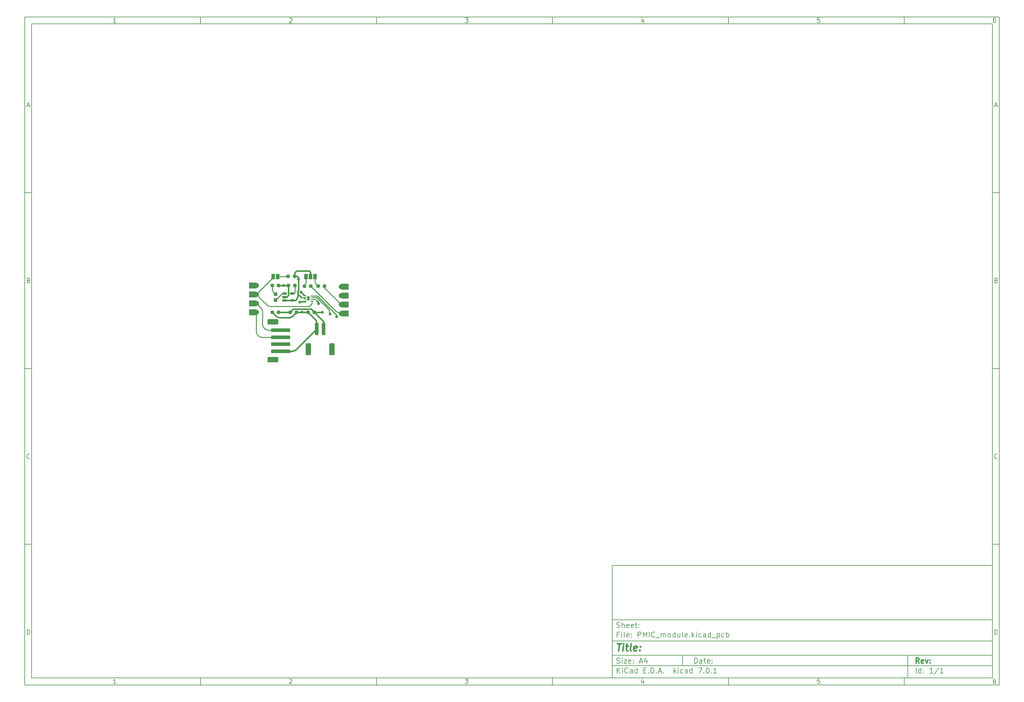
<source format=gbr>
%TF.GenerationSoftware,KiCad,Pcbnew,7.0.1*%
%TF.CreationDate,2023-09-22T10:39:05-04:00*%
%TF.ProjectId,PMIC_module,504d4943-5f6d-46f6-9475-6c652e6b6963,rev?*%
%TF.SameCoordinates,Original*%
%TF.FileFunction,Copper,L1,Top*%
%TF.FilePolarity,Positive*%
%FSLAX46Y46*%
G04 Gerber Fmt 4.6, Leading zero omitted, Abs format (unit mm)*
G04 Created by KiCad (PCBNEW 7.0.1) date 2023-09-22 10:39:05*
%MOMM*%
%LPD*%
G01*
G04 APERTURE LIST*
G04 Aperture macros list*
%AMRoundRect*
0 Rectangle with rounded corners*
0 $1 Rounding radius*
0 $2 $3 $4 $5 $6 $7 $8 $9 X,Y pos of 4 corners*
0 Add a 4 corners polygon primitive as box body*
4,1,4,$2,$3,$4,$5,$6,$7,$8,$9,$2,$3,0*
0 Add four circle primitives for the rounded corners*
1,1,$1+$1,$2,$3*
1,1,$1+$1,$4,$5*
1,1,$1+$1,$6,$7*
1,1,$1+$1,$8,$9*
0 Add four rect primitives between the rounded corners*
20,1,$1+$1,$2,$3,$4,$5,0*
20,1,$1+$1,$4,$5,$6,$7,0*
20,1,$1+$1,$6,$7,$8,$9,0*
20,1,$1+$1,$8,$9,$2,$3,0*%
G04 Aperture macros list end*
%ADD10C,0.100000*%
%ADD11C,0.150000*%
%ADD12C,0.300000*%
%ADD13C,0.400000*%
%TA.AperFunction,SMDPad,CuDef*%
%ADD14R,1.000000X1.500000*%
%TD*%
%TA.AperFunction,SMDPad,CuDef*%
%ADD15RoundRect,0.237500X-0.250000X-0.237500X0.250000X-0.237500X0.250000X0.237500X-0.250000X0.237500X0*%
%TD*%
%TA.AperFunction,SMDPad,CuDef*%
%ADD16RoundRect,0.250000X-0.250000X-1.500000X0.250000X-1.500000X0.250000X1.500000X-0.250000X1.500000X0*%
%TD*%
%TA.AperFunction,SMDPad,CuDef*%
%ADD17RoundRect,0.250001X-0.499999X-1.449999X0.499999X-1.449999X0.499999X1.449999X-0.499999X1.449999X0*%
%TD*%
%TA.AperFunction,SMDPad,CuDef*%
%ADD18RoundRect,0.237500X0.250000X0.237500X-0.250000X0.237500X-0.250000X-0.237500X0.250000X-0.237500X0*%
%TD*%
%TA.AperFunction,SMDPad,CuDef*%
%ADD19RoundRect,0.250000X2.500000X-0.250000X2.500000X0.250000X-2.500000X0.250000X-2.500000X-0.250000X0*%
%TD*%
%TA.AperFunction,SMDPad,CuDef*%
%ADD20RoundRect,0.250000X1.250000X-0.550000X1.250000X0.550000X-1.250000X0.550000X-1.250000X-0.550000X0*%
%TD*%
%TA.AperFunction,ComponentPad*%
%ADD21C,1.524000*%
%TD*%
%TA.AperFunction,CastellatedPad*%
%ADD22R,2.000000X1.700000*%
%TD*%
%TA.AperFunction,SMDPad,CuDef*%
%ADD23RoundRect,0.062500X-0.325000X-0.062500X0.325000X-0.062500X0.325000X0.062500X-0.325000X0.062500X0*%
%TD*%
%TA.AperFunction,SMDPad,CuDef*%
%ADD24R,0.800000X1.200000*%
%TD*%
%TA.AperFunction,SMDPad,CuDef*%
%ADD25RoundRect,0.237500X-0.237500X0.287500X-0.237500X-0.287500X0.237500X-0.287500X0.237500X0.287500X0*%
%TD*%
%TA.AperFunction,SMDPad,CuDef*%
%ADD26RoundRect,0.150000X-0.512500X-0.150000X0.512500X-0.150000X0.512500X0.150000X-0.512500X0.150000X0*%
%TD*%
%TA.AperFunction,ViaPad*%
%ADD27C,0.800000*%
%TD*%
%TA.AperFunction,Conductor*%
%ADD28C,0.406400*%
%TD*%
%TA.AperFunction,Conductor*%
%ADD29C,0.254000*%
%TD*%
%TA.AperFunction,Conductor*%
%ADD30C,0.250000*%
%TD*%
G04 APERTURE END LIST*
D10*
D11*
X177002200Y-166007200D02*
X285002200Y-166007200D01*
X285002200Y-198007200D01*
X177002200Y-198007200D01*
X177002200Y-166007200D01*
D10*
D11*
X10000000Y-10000000D02*
X287002200Y-10000000D01*
X287002200Y-200007200D01*
X10000000Y-200007200D01*
X10000000Y-10000000D01*
D10*
D11*
X12000000Y-12000000D02*
X285002200Y-12000000D01*
X285002200Y-198007200D01*
X12000000Y-198007200D01*
X12000000Y-12000000D01*
D10*
D11*
X60000000Y-12000000D02*
X60000000Y-10000000D01*
D10*
D11*
X110000000Y-12000000D02*
X110000000Y-10000000D01*
D10*
D11*
X160000000Y-12000000D02*
X160000000Y-10000000D01*
D10*
D11*
X210000000Y-12000000D02*
X210000000Y-10000000D01*
D10*
D11*
X260000000Y-12000000D02*
X260000000Y-10000000D01*
D10*
D11*
X35990476Y-11601404D02*
X35247619Y-11601404D01*
X35619047Y-11601404D02*
X35619047Y-10301404D01*
X35619047Y-10301404D02*
X35495238Y-10487119D01*
X35495238Y-10487119D02*
X35371428Y-10610928D01*
X35371428Y-10610928D02*
X35247619Y-10672833D01*
D10*
D11*
X85247619Y-10425214D02*
X85309523Y-10363309D01*
X85309523Y-10363309D02*
X85433333Y-10301404D01*
X85433333Y-10301404D02*
X85742857Y-10301404D01*
X85742857Y-10301404D02*
X85866666Y-10363309D01*
X85866666Y-10363309D02*
X85928571Y-10425214D01*
X85928571Y-10425214D02*
X85990476Y-10549023D01*
X85990476Y-10549023D02*
X85990476Y-10672833D01*
X85990476Y-10672833D02*
X85928571Y-10858547D01*
X85928571Y-10858547D02*
X85185714Y-11601404D01*
X85185714Y-11601404D02*
X85990476Y-11601404D01*
D10*
D11*
X135185714Y-10301404D02*
X135990476Y-10301404D01*
X135990476Y-10301404D02*
X135557142Y-10796642D01*
X135557142Y-10796642D02*
X135742857Y-10796642D01*
X135742857Y-10796642D02*
X135866666Y-10858547D01*
X135866666Y-10858547D02*
X135928571Y-10920452D01*
X135928571Y-10920452D02*
X135990476Y-11044261D01*
X135990476Y-11044261D02*
X135990476Y-11353785D01*
X135990476Y-11353785D02*
X135928571Y-11477595D01*
X135928571Y-11477595D02*
X135866666Y-11539500D01*
X135866666Y-11539500D02*
X135742857Y-11601404D01*
X135742857Y-11601404D02*
X135371428Y-11601404D01*
X135371428Y-11601404D02*
X135247619Y-11539500D01*
X135247619Y-11539500D02*
X135185714Y-11477595D01*
D10*
D11*
X185866666Y-10734738D02*
X185866666Y-11601404D01*
X185557142Y-10239500D02*
X185247619Y-11168071D01*
X185247619Y-11168071D02*
X186052380Y-11168071D01*
D10*
D11*
X235928571Y-10301404D02*
X235309523Y-10301404D01*
X235309523Y-10301404D02*
X235247619Y-10920452D01*
X235247619Y-10920452D02*
X235309523Y-10858547D01*
X235309523Y-10858547D02*
X235433333Y-10796642D01*
X235433333Y-10796642D02*
X235742857Y-10796642D01*
X235742857Y-10796642D02*
X235866666Y-10858547D01*
X235866666Y-10858547D02*
X235928571Y-10920452D01*
X235928571Y-10920452D02*
X235990476Y-11044261D01*
X235990476Y-11044261D02*
X235990476Y-11353785D01*
X235990476Y-11353785D02*
X235928571Y-11477595D01*
X235928571Y-11477595D02*
X235866666Y-11539500D01*
X235866666Y-11539500D02*
X235742857Y-11601404D01*
X235742857Y-11601404D02*
X235433333Y-11601404D01*
X235433333Y-11601404D02*
X235309523Y-11539500D01*
X235309523Y-11539500D02*
X235247619Y-11477595D01*
D10*
D11*
X285866666Y-10301404D02*
X285619047Y-10301404D01*
X285619047Y-10301404D02*
X285495238Y-10363309D01*
X285495238Y-10363309D02*
X285433333Y-10425214D01*
X285433333Y-10425214D02*
X285309523Y-10610928D01*
X285309523Y-10610928D02*
X285247619Y-10858547D01*
X285247619Y-10858547D02*
X285247619Y-11353785D01*
X285247619Y-11353785D02*
X285309523Y-11477595D01*
X285309523Y-11477595D02*
X285371428Y-11539500D01*
X285371428Y-11539500D02*
X285495238Y-11601404D01*
X285495238Y-11601404D02*
X285742857Y-11601404D01*
X285742857Y-11601404D02*
X285866666Y-11539500D01*
X285866666Y-11539500D02*
X285928571Y-11477595D01*
X285928571Y-11477595D02*
X285990476Y-11353785D01*
X285990476Y-11353785D02*
X285990476Y-11044261D01*
X285990476Y-11044261D02*
X285928571Y-10920452D01*
X285928571Y-10920452D02*
X285866666Y-10858547D01*
X285866666Y-10858547D02*
X285742857Y-10796642D01*
X285742857Y-10796642D02*
X285495238Y-10796642D01*
X285495238Y-10796642D02*
X285371428Y-10858547D01*
X285371428Y-10858547D02*
X285309523Y-10920452D01*
X285309523Y-10920452D02*
X285247619Y-11044261D01*
D10*
D11*
X60000000Y-198007200D02*
X60000000Y-200007200D01*
D10*
D11*
X110000000Y-198007200D02*
X110000000Y-200007200D01*
D10*
D11*
X160000000Y-198007200D02*
X160000000Y-200007200D01*
D10*
D11*
X210000000Y-198007200D02*
X210000000Y-200007200D01*
D10*
D11*
X260000000Y-198007200D02*
X260000000Y-200007200D01*
D10*
D11*
X35990476Y-199608604D02*
X35247619Y-199608604D01*
X35619047Y-199608604D02*
X35619047Y-198308604D01*
X35619047Y-198308604D02*
X35495238Y-198494319D01*
X35495238Y-198494319D02*
X35371428Y-198618128D01*
X35371428Y-198618128D02*
X35247619Y-198680033D01*
D10*
D11*
X85247619Y-198432414D02*
X85309523Y-198370509D01*
X85309523Y-198370509D02*
X85433333Y-198308604D01*
X85433333Y-198308604D02*
X85742857Y-198308604D01*
X85742857Y-198308604D02*
X85866666Y-198370509D01*
X85866666Y-198370509D02*
X85928571Y-198432414D01*
X85928571Y-198432414D02*
X85990476Y-198556223D01*
X85990476Y-198556223D02*
X85990476Y-198680033D01*
X85990476Y-198680033D02*
X85928571Y-198865747D01*
X85928571Y-198865747D02*
X85185714Y-199608604D01*
X85185714Y-199608604D02*
X85990476Y-199608604D01*
D10*
D11*
X135185714Y-198308604D02*
X135990476Y-198308604D01*
X135990476Y-198308604D02*
X135557142Y-198803842D01*
X135557142Y-198803842D02*
X135742857Y-198803842D01*
X135742857Y-198803842D02*
X135866666Y-198865747D01*
X135866666Y-198865747D02*
X135928571Y-198927652D01*
X135928571Y-198927652D02*
X135990476Y-199051461D01*
X135990476Y-199051461D02*
X135990476Y-199360985D01*
X135990476Y-199360985D02*
X135928571Y-199484795D01*
X135928571Y-199484795D02*
X135866666Y-199546700D01*
X135866666Y-199546700D02*
X135742857Y-199608604D01*
X135742857Y-199608604D02*
X135371428Y-199608604D01*
X135371428Y-199608604D02*
X135247619Y-199546700D01*
X135247619Y-199546700D02*
X135185714Y-199484795D01*
D10*
D11*
X185866666Y-198741938D02*
X185866666Y-199608604D01*
X185557142Y-198246700D02*
X185247619Y-199175271D01*
X185247619Y-199175271D02*
X186052380Y-199175271D01*
D10*
D11*
X235928571Y-198308604D02*
X235309523Y-198308604D01*
X235309523Y-198308604D02*
X235247619Y-198927652D01*
X235247619Y-198927652D02*
X235309523Y-198865747D01*
X235309523Y-198865747D02*
X235433333Y-198803842D01*
X235433333Y-198803842D02*
X235742857Y-198803842D01*
X235742857Y-198803842D02*
X235866666Y-198865747D01*
X235866666Y-198865747D02*
X235928571Y-198927652D01*
X235928571Y-198927652D02*
X235990476Y-199051461D01*
X235990476Y-199051461D02*
X235990476Y-199360985D01*
X235990476Y-199360985D02*
X235928571Y-199484795D01*
X235928571Y-199484795D02*
X235866666Y-199546700D01*
X235866666Y-199546700D02*
X235742857Y-199608604D01*
X235742857Y-199608604D02*
X235433333Y-199608604D01*
X235433333Y-199608604D02*
X235309523Y-199546700D01*
X235309523Y-199546700D02*
X235247619Y-199484795D01*
D10*
D11*
X285866666Y-198308604D02*
X285619047Y-198308604D01*
X285619047Y-198308604D02*
X285495238Y-198370509D01*
X285495238Y-198370509D02*
X285433333Y-198432414D01*
X285433333Y-198432414D02*
X285309523Y-198618128D01*
X285309523Y-198618128D02*
X285247619Y-198865747D01*
X285247619Y-198865747D02*
X285247619Y-199360985D01*
X285247619Y-199360985D02*
X285309523Y-199484795D01*
X285309523Y-199484795D02*
X285371428Y-199546700D01*
X285371428Y-199546700D02*
X285495238Y-199608604D01*
X285495238Y-199608604D02*
X285742857Y-199608604D01*
X285742857Y-199608604D02*
X285866666Y-199546700D01*
X285866666Y-199546700D02*
X285928571Y-199484795D01*
X285928571Y-199484795D02*
X285990476Y-199360985D01*
X285990476Y-199360985D02*
X285990476Y-199051461D01*
X285990476Y-199051461D02*
X285928571Y-198927652D01*
X285928571Y-198927652D02*
X285866666Y-198865747D01*
X285866666Y-198865747D02*
X285742857Y-198803842D01*
X285742857Y-198803842D02*
X285495238Y-198803842D01*
X285495238Y-198803842D02*
X285371428Y-198865747D01*
X285371428Y-198865747D02*
X285309523Y-198927652D01*
X285309523Y-198927652D02*
X285247619Y-199051461D01*
D10*
D11*
X10000000Y-60000000D02*
X12000000Y-60000000D01*
D10*
D11*
X10000000Y-110000000D02*
X12000000Y-110000000D01*
D10*
D11*
X10000000Y-160000000D02*
X12000000Y-160000000D01*
D10*
D11*
X10690476Y-35229976D02*
X11309523Y-35229976D01*
X10566666Y-35601404D02*
X10999999Y-34301404D01*
X10999999Y-34301404D02*
X11433333Y-35601404D01*
D10*
D11*
X11092857Y-84920452D02*
X11278571Y-84982357D01*
X11278571Y-84982357D02*
X11340476Y-85044261D01*
X11340476Y-85044261D02*
X11402380Y-85168071D01*
X11402380Y-85168071D02*
X11402380Y-85353785D01*
X11402380Y-85353785D02*
X11340476Y-85477595D01*
X11340476Y-85477595D02*
X11278571Y-85539500D01*
X11278571Y-85539500D02*
X11154761Y-85601404D01*
X11154761Y-85601404D02*
X10659523Y-85601404D01*
X10659523Y-85601404D02*
X10659523Y-84301404D01*
X10659523Y-84301404D02*
X11092857Y-84301404D01*
X11092857Y-84301404D02*
X11216666Y-84363309D01*
X11216666Y-84363309D02*
X11278571Y-84425214D01*
X11278571Y-84425214D02*
X11340476Y-84549023D01*
X11340476Y-84549023D02*
X11340476Y-84672833D01*
X11340476Y-84672833D02*
X11278571Y-84796642D01*
X11278571Y-84796642D02*
X11216666Y-84858547D01*
X11216666Y-84858547D02*
X11092857Y-84920452D01*
X11092857Y-84920452D02*
X10659523Y-84920452D01*
D10*
D11*
X11402380Y-135477595D02*
X11340476Y-135539500D01*
X11340476Y-135539500D02*
X11154761Y-135601404D01*
X11154761Y-135601404D02*
X11030952Y-135601404D01*
X11030952Y-135601404D02*
X10845238Y-135539500D01*
X10845238Y-135539500D02*
X10721428Y-135415690D01*
X10721428Y-135415690D02*
X10659523Y-135291880D01*
X10659523Y-135291880D02*
X10597619Y-135044261D01*
X10597619Y-135044261D02*
X10597619Y-134858547D01*
X10597619Y-134858547D02*
X10659523Y-134610928D01*
X10659523Y-134610928D02*
X10721428Y-134487119D01*
X10721428Y-134487119D02*
X10845238Y-134363309D01*
X10845238Y-134363309D02*
X11030952Y-134301404D01*
X11030952Y-134301404D02*
X11154761Y-134301404D01*
X11154761Y-134301404D02*
X11340476Y-134363309D01*
X11340476Y-134363309D02*
X11402380Y-134425214D01*
D10*
D11*
X10659523Y-185601404D02*
X10659523Y-184301404D01*
X10659523Y-184301404D02*
X10969047Y-184301404D01*
X10969047Y-184301404D02*
X11154761Y-184363309D01*
X11154761Y-184363309D02*
X11278571Y-184487119D01*
X11278571Y-184487119D02*
X11340476Y-184610928D01*
X11340476Y-184610928D02*
X11402380Y-184858547D01*
X11402380Y-184858547D02*
X11402380Y-185044261D01*
X11402380Y-185044261D02*
X11340476Y-185291880D01*
X11340476Y-185291880D02*
X11278571Y-185415690D01*
X11278571Y-185415690D02*
X11154761Y-185539500D01*
X11154761Y-185539500D02*
X10969047Y-185601404D01*
X10969047Y-185601404D02*
X10659523Y-185601404D01*
D10*
D11*
X287002200Y-60000000D02*
X285002200Y-60000000D01*
D10*
D11*
X287002200Y-110000000D02*
X285002200Y-110000000D01*
D10*
D11*
X287002200Y-160000000D02*
X285002200Y-160000000D01*
D10*
D11*
X285692676Y-35229976D02*
X286311723Y-35229976D01*
X285568866Y-35601404D02*
X286002199Y-34301404D01*
X286002199Y-34301404D02*
X286435533Y-35601404D01*
D10*
D11*
X286095057Y-84920452D02*
X286280771Y-84982357D01*
X286280771Y-84982357D02*
X286342676Y-85044261D01*
X286342676Y-85044261D02*
X286404580Y-85168071D01*
X286404580Y-85168071D02*
X286404580Y-85353785D01*
X286404580Y-85353785D02*
X286342676Y-85477595D01*
X286342676Y-85477595D02*
X286280771Y-85539500D01*
X286280771Y-85539500D02*
X286156961Y-85601404D01*
X286156961Y-85601404D02*
X285661723Y-85601404D01*
X285661723Y-85601404D02*
X285661723Y-84301404D01*
X285661723Y-84301404D02*
X286095057Y-84301404D01*
X286095057Y-84301404D02*
X286218866Y-84363309D01*
X286218866Y-84363309D02*
X286280771Y-84425214D01*
X286280771Y-84425214D02*
X286342676Y-84549023D01*
X286342676Y-84549023D02*
X286342676Y-84672833D01*
X286342676Y-84672833D02*
X286280771Y-84796642D01*
X286280771Y-84796642D02*
X286218866Y-84858547D01*
X286218866Y-84858547D02*
X286095057Y-84920452D01*
X286095057Y-84920452D02*
X285661723Y-84920452D01*
D10*
D11*
X286404580Y-135477595D02*
X286342676Y-135539500D01*
X286342676Y-135539500D02*
X286156961Y-135601404D01*
X286156961Y-135601404D02*
X286033152Y-135601404D01*
X286033152Y-135601404D02*
X285847438Y-135539500D01*
X285847438Y-135539500D02*
X285723628Y-135415690D01*
X285723628Y-135415690D02*
X285661723Y-135291880D01*
X285661723Y-135291880D02*
X285599819Y-135044261D01*
X285599819Y-135044261D02*
X285599819Y-134858547D01*
X285599819Y-134858547D02*
X285661723Y-134610928D01*
X285661723Y-134610928D02*
X285723628Y-134487119D01*
X285723628Y-134487119D02*
X285847438Y-134363309D01*
X285847438Y-134363309D02*
X286033152Y-134301404D01*
X286033152Y-134301404D02*
X286156961Y-134301404D01*
X286156961Y-134301404D02*
X286342676Y-134363309D01*
X286342676Y-134363309D02*
X286404580Y-134425214D01*
D10*
D11*
X285661723Y-185601404D02*
X285661723Y-184301404D01*
X285661723Y-184301404D02*
X285971247Y-184301404D01*
X285971247Y-184301404D02*
X286156961Y-184363309D01*
X286156961Y-184363309D02*
X286280771Y-184487119D01*
X286280771Y-184487119D02*
X286342676Y-184610928D01*
X286342676Y-184610928D02*
X286404580Y-184858547D01*
X286404580Y-184858547D02*
X286404580Y-185044261D01*
X286404580Y-185044261D02*
X286342676Y-185291880D01*
X286342676Y-185291880D02*
X286280771Y-185415690D01*
X286280771Y-185415690D02*
X286156961Y-185539500D01*
X286156961Y-185539500D02*
X285971247Y-185601404D01*
X285971247Y-185601404D02*
X285661723Y-185601404D01*
D10*
D11*
X200359342Y-193801128D02*
X200359342Y-192301128D01*
X200359342Y-192301128D02*
X200716485Y-192301128D01*
X200716485Y-192301128D02*
X200930771Y-192372557D01*
X200930771Y-192372557D02*
X201073628Y-192515414D01*
X201073628Y-192515414D02*
X201145057Y-192658271D01*
X201145057Y-192658271D02*
X201216485Y-192943985D01*
X201216485Y-192943985D02*
X201216485Y-193158271D01*
X201216485Y-193158271D02*
X201145057Y-193443985D01*
X201145057Y-193443985D02*
X201073628Y-193586842D01*
X201073628Y-193586842D02*
X200930771Y-193729700D01*
X200930771Y-193729700D02*
X200716485Y-193801128D01*
X200716485Y-193801128D02*
X200359342Y-193801128D01*
X202502200Y-193801128D02*
X202502200Y-193015414D01*
X202502200Y-193015414D02*
X202430771Y-192872557D01*
X202430771Y-192872557D02*
X202287914Y-192801128D01*
X202287914Y-192801128D02*
X202002200Y-192801128D01*
X202002200Y-192801128D02*
X201859342Y-192872557D01*
X202502200Y-193729700D02*
X202359342Y-193801128D01*
X202359342Y-193801128D02*
X202002200Y-193801128D01*
X202002200Y-193801128D02*
X201859342Y-193729700D01*
X201859342Y-193729700D02*
X201787914Y-193586842D01*
X201787914Y-193586842D02*
X201787914Y-193443985D01*
X201787914Y-193443985D02*
X201859342Y-193301128D01*
X201859342Y-193301128D02*
X202002200Y-193229700D01*
X202002200Y-193229700D02*
X202359342Y-193229700D01*
X202359342Y-193229700D02*
X202502200Y-193158271D01*
X203002200Y-192801128D02*
X203573628Y-192801128D01*
X203216485Y-192301128D02*
X203216485Y-193586842D01*
X203216485Y-193586842D02*
X203287914Y-193729700D01*
X203287914Y-193729700D02*
X203430771Y-193801128D01*
X203430771Y-193801128D02*
X203573628Y-193801128D01*
X204645057Y-193729700D02*
X204502200Y-193801128D01*
X204502200Y-193801128D02*
X204216486Y-193801128D01*
X204216486Y-193801128D02*
X204073628Y-193729700D01*
X204073628Y-193729700D02*
X204002200Y-193586842D01*
X204002200Y-193586842D02*
X204002200Y-193015414D01*
X204002200Y-193015414D02*
X204073628Y-192872557D01*
X204073628Y-192872557D02*
X204216486Y-192801128D01*
X204216486Y-192801128D02*
X204502200Y-192801128D01*
X204502200Y-192801128D02*
X204645057Y-192872557D01*
X204645057Y-192872557D02*
X204716486Y-193015414D01*
X204716486Y-193015414D02*
X204716486Y-193158271D01*
X204716486Y-193158271D02*
X204002200Y-193301128D01*
X205359342Y-193658271D02*
X205430771Y-193729700D01*
X205430771Y-193729700D02*
X205359342Y-193801128D01*
X205359342Y-193801128D02*
X205287914Y-193729700D01*
X205287914Y-193729700D02*
X205359342Y-193658271D01*
X205359342Y-193658271D02*
X205359342Y-193801128D01*
X205359342Y-192872557D02*
X205430771Y-192943985D01*
X205430771Y-192943985D02*
X205359342Y-193015414D01*
X205359342Y-193015414D02*
X205287914Y-192943985D01*
X205287914Y-192943985D02*
X205359342Y-192872557D01*
X205359342Y-192872557D02*
X205359342Y-193015414D01*
D10*
D11*
X177002200Y-194507200D02*
X285002200Y-194507200D01*
D10*
D11*
X178359342Y-196601128D02*
X178359342Y-195101128D01*
X179216485Y-196601128D02*
X178573628Y-195743985D01*
X179216485Y-195101128D02*
X178359342Y-195958271D01*
X179859342Y-196601128D02*
X179859342Y-195601128D01*
X179859342Y-195101128D02*
X179787914Y-195172557D01*
X179787914Y-195172557D02*
X179859342Y-195243985D01*
X179859342Y-195243985D02*
X179930771Y-195172557D01*
X179930771Y-195172557D02*
X179859342Y-195101128D01*
X179859342Y-195101128D02*
X179859342Y-195243985D01*
X181430771Y-196458271D02*
X181359343Y-196529700D01*
X181359343Y-196529700D02*
X181145057Y-196601128D01*
X181145057Y-196601128D02*
X181002200Y-196601128D01*
X181002200Y-196601128D02*
X180787914Y-196529700D01*
X180787914Y-196529700D02*
X180645057Y-196386842D01*
X180645057Y-196386842D02*
X180573628Y-196243985D01*
X180573628Y-196243985D02*
X180502200Y-195958271D01*
X180502200Y-195958271D02*
X180502200Y-195743985D01*
X180502200Y-195743985D02*
X180573628Y-195458271D01*
X180573628Y-195458271D02*
X180645057Y-195315414D01*
X180645057Y-195315414D02*
X180787914Y-195172557D01*
X180787914Y-195172557D02*
X181002200Y-195101128D01*
X181002200Y-195101128D02*
X181145057Y-195101128D01*
X181145057Y-195101128D02*
X181359343Y-195172557D01*
X181359343Y-195172557D02*
X181430771Y-195243985D01*
X182716486Y-196601128D02*
X182716486Y-195815414D01*
X182716486Y-195815414D02*
X182645057Y-195672557D01*
X182645057Y-195672557D02*
X182502200Y-195601128D01*
X182502200Y-195601128D02*
X182216486Y-195601128D01*
X182216486Y-195601128D02*
X182073628Y-195672557D01*
X182716486Y-196529700D02*
X182573628Y-196601128D01*
X182573628Y-196601128D02*
X182216486Y-196601128D01*
X182216486Y-196601128D02*
X182073628Y-196529700D01*
X182073628Y-196529700D02*
X182002200Y-196386842D01*
X182002200Y-196386842D02*
X182002200Y-196243985D01*
X182002200Y-196243985D02*
X182073628Y-196101128D01*
X182073628Y-196101128D02*
X182216486Y-196029700D01*
X182216486Y-196029700D02*
X182573628Y-196029700D01*
X182573628Y-196029700D02*
X182716486Y-195958271D01*
X184073629Y-196601128D02*
X184073629Y-195101128D01*
X184073629Y-196529700D02*
X183930771Y-196601128D01*
X183930771Y-196601128D02*
X183645057Y-196601128D01*
X183645057Y-196601128D02*
X183502200Y-196529700D01*
X183502200Y-196529700D02*
X183430771Y-196458271D01*
X183430771Y-196458271D02*
X183359343Y-196315414D01*
X183359343Y-196315414D02*
X183359343Y-195886842D01*
X183359343Y-195886842D02*
X183430771Y-195743985D01*
X183430771Y-195743985D02*
X183502200Y-195672557D01*
X183502200Y-195672557D02*
X183645057Y-195601128D01*
X183645057Y-195601128D02*
X183930771Y-195601128D01*
X183930771Y-195601128D02*
X184073629Y-195672557D01*
X185930771Y-195815414D02*
X186430771Y-195815414D01*
X186645057Y-196601128D02*
X185930771Y-196601128D01*
X185930771Y-196601128D02*
X185930771Y-195101128D01*
X185930771Y-195101128D02*
X186645057Y-195101128D01*
X187287914Y-196458271D02*
X187359343Y-196529700D01*
X187359343Y-196529700D02*
X187287914Y-196601128D01*
X187287914Y-196601128D02*
X187216486Y-196529700D01*
X187216486Y-196529700D02*
X187287914Y-196458271D01*
X187287914Y-196458271D02*
X187287914Y-196601128D01*
X188002200Y-196601128D02*
X188002200Y-195101128D01*
X188002200Y-195101128D02*
X188359343Y-195101128D01*
X188359343Y-195101128D02*
X188573629Y-195172557D01*
X188573629Y-195172557D02*
X188716486Y-195315414D01*
X188716486Y-195315414D02*
X188787915Y-195458271D01*
X188787915Y-195458271D02*
X188859343Y-195743985D01*
X188859343Y-195743985D02*
X188859343Y-195958271D01*
X188859343Y-195958271D02*
X188787915Y-196243985D01*
X188787915Y-196243985D02*
X188716486Y-196386842D01*
X188716486Y-196386842D02*
X188573629Y-196529700D01*
X188573629Y-196529700D02*
X188359343Y-196601128D01*
X188359343Y-196601128D02*
X188002200Y-196601128D01*
X189502200Y-196458271D02*
X189573629Y-196529700D01*
X189573629Y-196529700D02*
X189502200Y-196601128D01*
X189502200Y-196601128D02*
X189430772Y-196529700D01*
X189430772Y-196529700D02*
X189502200Y-196458271D01*
X189502200Y-196458271D02*
X189502200Y-196601128D01*
X190145058Y-196172557D02*
X190859344Y-196172557D01*
X190002201Y-196601128D02*
X190502201Y-195101128D01*
X190502201Y-195101128D02*
X191002201Y-196601128D01*
X191502200Y-196458271D02*
X191573629Y-196529700D01*
X191573629Y-196529700D02*
X191502200Y-196601128D01*
X191502200Y-196601128D02*
X191430772Y-196529700D01*
X191430772Y-196529700D02*
X191502200Y-196458271D01*
X191502200Y-196458271D02*
X191502200Y-196601128D01*
X194502200Y-196601128D02*
X194502200Y-195101128D01*
X194645058Y-196029700D02*
X195073629Y-196601128D01*
X195073629Y-195601128D02*
X194502200Y-196172557D01*
X195716486Y-196601128D02*
X195716486Y-195601128D01*
X195716486Y-195101128D02*
X195645058Y-195172557D01*
X195645058Y-195172557D02*
X195716486Y-195243985D01*
X195716486Y-195243985D02*
X195787915Y-195172557D01*
X195787915Y-195172557D02*
X195716486Y-195101128D01*
X195716486Y-195101128D02*
X195716486Y-195243985D01*
X197073630Y-196529700D02*
X196930772Y-196601128D01*
X196930772Y-196601128D02*
X196645058Y-196601128D01*
X196645058Y-196601128D02*
X196502201Y-196529700D01*
X196502201Y-196529700D02*
X196430772Y-196458271D01*
X196430772Y-196458271D02*
X196359344Y-196315414D01*
X196359344Y-196315414D02*
X196359344Y-195886842D01*
X196359344Y-195886842D02*
X196430772Y-195743985D01*
X196430772Y-195743985D02*
X196502201Y-195672557D01*
X196502201Y-195672557D02*
X196645058Y-195601128D01*
X196645058Y-195601128D02*
X196930772Y-195601128D01*
X196930772Y-195601128D02*
X197073630Y-195672557D01*
X198359344Y-196601128D02*
X198359344Y-195815414D01*
X198359344Y-195815414D02*
X198287915Y-195672557D01*
X198287915Y-195672557D02*
X198145058Y-195601128D01*
X198145058Y-195601128D02*
X197859344Y-195601128D01*
X197859344Y-195601128D02*
X197716486Y-195672557D01*
X198359344Y-196529700D02*
X198216486Y-196601128D01*
X198216486Y-196601128D02*
X197859344Y-196601128D01*
X197859344Y-196601128D02*
X197716486Y-196529700D01*
X197716486Y-196529700D02*
X197645058Y-196386842D01*
X197645058Y-196386842D02*
X197645058Y-196243985D01*
X197645058Y-196243985D02*
X197716486Y-196101128D01*
X197716486Y-196101128D02*
X197859344Y-196029700D01*
X197859344Y-196029700D02*
X198216486Y-196029700D01*
X198216486Y-196029700D02*
X198359344Y-195958271D01*
X199716487Y-196601128D02*
X199716487Y-195101128D01*
X199716487Y-196529700D02*
X199573629Y-196601128D01*
X199573629Y-196601128D02*
X199287915Y-196601128D01*
X199287915Y-196601128D02*
X199145058Y-196529700D01*
X199145058Y-196529700D02*
X199073629Y-196458271D01*
X199073629Y-196458271D02*
X199002201Y-196315414D01*
X199002201Y-196315414D02*
X199002201Y-195886842D01*
X199002201Y-195886842D02*
X199073629Y-195743985D01*
X199073629Y-195743985D02*
X199145058Y-195672557D01*
X199145058Y-195672557D02*
X199287915Y-195601128D01*
X199287915Y-195601128D02*
X199573629Y-195601128D01*
X199573629Y-195601128D02*
X199716487Y-195672557D01*
X201430772Y-195101128D02*
X202430772Y-195101128D01*
X202430772Y-195101128D02*
X201787915Y-196601128D01*
X203002200Y-196458271D02*
X203073629Y-196529700D01*
X203073629Y-196529700D02*
X203002200Y-196601128D01*
X203002200Y-196601128D02*
X202930772Y-196529700D01*
X202930772Y-196529700D02*
X203002200Y-196458271D01*
X203002200Y-196458271D02*
X203002200Y-196601128D01*
X204002201Y-195101128D02*
X204145058Y-195101128D01*
X204145058Y-195101128D02*
X204287915Y-195172557D01*
X204287915Y-195172557D02*
X204359344Y-195243985D01*
X204359344Y-195243985D02*
X204430772Y-195386842D01*
X204430772Y-195386842D02*
X204502201Y-195672557D01*
X204502201Y-195672557D02*
X204502201Y-196029700D01*
X204502201Y-196029700D02*
X204430772Y-196315414D01*
X204430772Y-196315414D02*
X204359344Y-196458271D01*
X204359344Y-196458271D02*
X204287915Y-196529700D01*
X204287915Y-196529700D02*
X204145058Y-196601128D01*
X204145058Y-196601128D02*
X204002201Y-196601128D01*
X204002201Y-196601128D02*
X203859344Y-196529700D01*
X203859344Y-196529700D02*
X203787915Y-196458271D01*
X203787915Y-196458271D02*
X203716486Y-196315414D01*
X203716486Y-196315414D02*
X203645058Y-196029700D01*
X203645058Y-196029700D02*
X203645058Y-195672557D01*
X203645058Y-195672557D02*
X203716486Y-195386842D01*
X203716486Y-195386842D02*
X203787915Y-195243985D01*
X203787915Y-195243985D02*
X203859344Y-195172557D01*
X203859344Y-195172557D02*
X204002201Y-195101128D01*
X205145057Y-196458271D02*
X205216486Y-196529700D01*
X205216486Y-196529700D02*
X205145057Y-196601128D01*
X205145057Y-196601128D02*
X205073629Y-196529700D01*
X205073629Y-196529700D02*
X205145057Y-196458271D01*
X205145057Y-196458271D02*
X205145057Y-196601128D01*
X206645058Y-196601128D02*
X205787915Y-196601128D01*
X206216486Y-196601128D02*
X206216486Y-195101128D01*
X206216486Y-195101128D02*
X206073629Y-195315414D01*
X206073629Y-195315414D02*
X205930772Y-195458271D01*
X205930772Y-195458271D02*
X205787915Y-195529700D01*
D10*
D11*
X177002200Y-191507200D02*
X285002200Y-191507200D01*
D10*
D12*
X264216485Y-193801128D02*
X263716485Y-193086842D01*
X263359342Y-193801128D02*
X263359342Y-192301128D01*
X263359342Y-192301128D02*
X263930771Y-192301128D01*
X263930771Y-192301128D02*
X264073628Y-192372557D01*
X264073628Y-192372557D02*
X264145057Y-192443985D01*
X264145057Y-192443985D02*
X264216485Y-192586842D01*
X264216485Y-192586842D02*
X264216485Y-192801128D01*
X264216485Y-192801128D02*
X264145057Y-192943985D01*
X264145057Y-192943985D02*
X264073628Y-193015414D01*
X264073628Y-193015414D02*
X263930771Y-193086842D01*
X263930771Y-193086842D02*
X263359342Y-193086842D01*
X265430771Y-193729700D02*
X265287914Y-193801128D01*
X265287914Y-193801128D02*
X265002200Y-193801128D01*
X265002200Y-193801128D02*
X264859342Y-193729700D01*
X264859342Y-193729700D02*
X264787914Y-193586842D01*
X264787914Y-193586842D02*
X264787914Y-193015414D01*
X264787914Y-193015414D02*
X264859342Y-192872557D01*
X264859342Y-192872557D02*
X265002200Y-192801128D01*
X265002200Y-192801128D02*
X265287914Y-192801128D01*
X265287914Y-192801128D02*
X265430771Y-192872557D01*
X265430771Y-192872557D02*
X265502200Y-193015414D01*
X265502200Y-193015414D02*
X265502200Y-193158271D01*
X265502200Y-193158271D02*
X264787914Y-193301128D01*
X266002199Y-192801128D02*
X266359342Y-193801128D01*
X266359342Y-193801128D02*
X266716485Y-192801128D01*
X267287913Y-193658271D02*
X267359342Y-193729700D01*
X267359342Y-193729700D02*
X267287913Y-193801128D01*
X267287913Y-193801128D02*
X267216485Y-193729700D01*
X267216485Y-193729700D02*
X267287913Y-193658271D01*
X267287913Y-193658271D02*
X267287913Y-193801128D01*
X267287913Y-192872557D02*
X267359342Y-192943985D01*
X267359342Y-192943985D02*
X267287913Y-193015414D01*
X267287913Y-193015414D02*
X267216485Y-192943985D01*
X267216485Y-192943985D02*
X267287913Y-192872557D01*
X267287913Y-192872557D02*
X267287913Y-193015414D01*
D10*
D11*
X178287914Y-193729700D02*
X178502200Y-193801128D01*
X178502200Y-193801128D02*
X178859342Y-193801128D01*
X178859342Y-193801128D02*
X179002200Y-193729700D01*
X179002200Y-193729700D02*
X179073628Y-193658271D01*
X179073628Y-193658271D02*
X179145057Y-193515414D01*
X179145057Y-193515414D02*
X179145057Y-193372557D01*
X179145057Y-193372557D02*
X179073628Y-193229700D01*
X179073628Y-193229700D02*
X179002200Y-193158271D01*
X179002200Y-193158271D02*
X178859342Y-193086842D01*
X178859342Y-193086842D02*
X178573628Y-193015414D01*
X178573628Y-193015414D02*
X178430771Y-192943985D01*
X178430771Y-192943985D02*
X178359342Y-192872557D01*
X178359342Y-192872557D02*
X178287914Y-192729700D01*
X178287914Y-192729700D02*
X178287914Y-192586842D01*
X178287914Y-192586842D02*
X178359342Y-192443985D01*
X178359342Y-192443985D02*
X178430771Y-192372557D01*
X178430771Y-192372557D02*
X178573628Y-192301128D01*
X178573628Y-192301128D02*
X178930771Y-192301128D01*
X178930771Y-192301128D02*
X179145057Y-192372557D01*
X179787913Y-193801128D02*
X179787913Y-192801128D01*
X179787913Y-192301128D02*
X179716485Y-192372557D01*
X179716485Y-192372557D02*
X179787913Y-192443985D01*
X179787913Y-192443985D02*
X179859342Y-192372557D01*
X179859342Y-192372557D02*
X179787913Y-192301128D01*
X179787913Y-192301128D02*
X179787913Y-192443985D01*
X180359342Y-192801128D02*
X181145057Y-192801128D01*
X181145057Y-192801128D02*
X180359342Y-193801128D01*
X180359342Y-193801128D02*
X181145057Y-193801128D01*
X182287914Y-193729700D02*
X182145057Y-193801128D01*
X182145057Y-193801128D02*
X181859343Y-193801128D01*
X181859343Y-193801128D02*
X181716485Y-193729700D01*
X181716485Y-193729700D02*
X181645057Y-193586842D01*
X181645057Y-193586842D02*
X181645057Y-193015414D01*
X181645057Y-193015414D02*
X181716485Y-192872557D01*
X181716485Y-192872557D02*
X181859343Y-192801128D01*
X181859343Y-192801128D02*
X182145057Y-192801128D01*
X182145057Y-192801128D02*
X182287914Y-192872557D01*
X182287914Y-192872557D02*
X182359343Y-193015414D01*
X182359343Y-193015414D02*
X182359343Y-193158271D01*
X182359343Y-193158271D02*
X181645057Y-193301128D01*
X183002199Y-193658271D02*
X183073628Y-193729700D01*
X183073628Y-193729700D02*
X183002199Y-193801128D01*
X183002199Y-193801128D02*
X182930771Y-193729700D01*
X182930771Y-193729700D02*
X183002199Y-193658271D01*
X183002199Y-193658271D02*
X183002199Y-193801128D01*
X183002199Y-192872557D02*
X183073628Y-192943985D01*
X183073628Y-192943985D02*
X183002199Y-193015414D01*
X183002199Y-193015414D02*
X182930771Y-192943985D01*
X182930771Y-192943985D02*
X183002199Y-192872557D01*
X183002199Y-192872557D02*
X183002199Y-193015414D01*
X184787914Y-193372557D02*
X185502200Y-193372557D01*
X184645057Y-193801128D02*
X185145057Y-192301128D01*
X185145057Y-192301128D02*
X185645057Y-193801128D01*
X186787914Y-192801128D02*
X186787914Y-193801128D01*
X186430771Y-192229700D02*
X186073628Y-193301128D01*
X186073628Y-193301128D02*
X187002199Y-193301128D01*
D10*
D11*
X263359342Y-196601128D02*
X263359342Y-195101128D01*
X264716486Y-196601128D02*
X264716486Y-195101128D01*
X264716486Y-196529700D02*
X264573628Y-196601128D01*
X264573628Y-196601128D02*
X264287914Y-196601128D01*
X264287914Y-196601128D02*
X264145057Y-196529700D01*
X264145057Y-196529700D02*
X264073628Y-196458271D01*
X264073628Y-196458271D02*
X264002200Y-196315414D01*
X264002200Y-196315414D02*
X264002200Y-195886842D01*
X264002200Y-195886842D02*
X264073628Y-195743985D01*
X264073628Y-195743985D02*
X264145057Y-195672557D01*
X264145057Y-195672557D02*
X264287914Y-195601128D01*
X264287914Y-195601128D02*
X264573628Y-195601128D01*
X264573628Y-195601128D02*
X264716486Y-195672557D01*
X265430771Y-196458271D02*
X265502200Y-196529700D01*
X265502200Y-196529700D02*
X265430771Y-196601128D01*
X265430771Y-196601128D02*
X265359343Y-196529700D01*
X265359343Y-196529700D02*
X265430771Y-196458271D01*
X265430771Y-196458271D02*
X265430771Y-196601128D01*
X265430771Y-195672557D02*
X265502200Y-195743985D01*
X265502200Y-195743985D02*
X265430771Y-195815414D01*
X265430771Y-195815414D02*
X265359343Y-195743985D01*
X265359343Y-195743985D02*
X265430771Y-195672557D01*
X265430771Y-195672557D02*
X265430771Y-195815414D01*
X268073629Y-196601128D02*
X267216486Y-196601128D01*
X267645057Y-196601128D02*
X267645057Y-195101128D01*
X267645057Y-195101128D02*
X267502200Y-195315414D01*
X267502200Y-195315414D02*
X267359343Y-195458271D01*
X267359343Y-195458271D02*
X267216486Y-195529700D01*
X269787914Y-195029700D02*
X268502200Y-196958271D01*
X271073629Y-196601128D02*
X270216486Y-196601128D01*
X270645057Y-196601128D02*
X270645057Y-195101128D01*
X270645057Y-195101128D02*
X270502200Y-195315414D01*
X270502200Y-195315414D02*
X270359343Y-195458271D01*
X270359343Y-195458271D02*
X270216486Y-195529700D01*
D10*
D11*
X177002200Y-187507200D02*
X285002200Y-187507200D01*
D10*
D13*
X178430771Y-188232438D02*
X179573628Y-188232438D01*
X178752200Y-190232438D02*
X179002200Y-188232438D01*
X179978390Y-190232438D02*
X180145057Y-188899104D01*
X180228390Y-188232438D02*
X180121247Y-188327676D01*
X180121247Y-188327676D02*
X180204581Y-188422914D01*
X180204581Y-188422914D02*
X180311724Y-188327676D01*
X180311724Y-188327676D02*
X180228390Y-188232438D01*
X180228390Y-188232438D02*
X180204581Y-188422914D01*
X180799819Y-188899104D02*
X181561723Y-188899104D01*
X181168866Y-188232438D02*
X180954581Y-189946723D01*
X180954581Y-189946723D02*
X181026009Y-190137200D01*
X181026009Y-190137200D02*
X181204581Y-190232438D01*
X181204581Y-190232438D02*
X181395057Y-190232438D01*
X182335533Y-190232438D02*
X182156961Y-190137200D01*
X182156961Y-190137200D02*
X182085533Y-189946723D01*
X182085533Y-189946723D02*
X182299818Y-188232438D01*
X183859342Y-190137200D02*
X183656961Y-190232438D01*
X183656961Y-190232438D02*
X183276008Y-190232438D01*
X183276008Y-190232438D02*
X183097437Y-190137200D01*
X183097437Y-190137200D02*
X183026008Y-189946723D01*
X183026008Y-189946723D02*
X183121247Y-189184819D01*
X183121247Y-189184819D02*
X183240294Y-188994342D01*
X183240294Y-188994342D02*
X183442675Y-188899104D01*
X183442675Y-188899104D02*
X183823627Y-188899104D01*
X183823627Y-188899104D02*
X184002199Y-188994342D01*
X184002199Y-188994342D02*
X184073627Y-189184819D01*
X184073627Y-189184819D02*
X184049818Y-189375295D01*
X184049818Y-189375295D02*
X183073627Y-189565771D01*
X184811723Y-190041961D02*
X184895056Y-190137200D01*
X184895056Y-190137200D02*
X184787913Y-190232438D01*
X184787913Y-190232438D02*
X184704580Y-190137200D01*
X184704580Y-190137200D02*
X184811723Y-190041961D01*
X184811723Y-190041961D02*
X184787913Y-190232438D01*
X184942675Y-188994342D02*
X185026008Y-189089580D01*
X185026008Y-189089580D02*
X184918866Y-189184819D01*
X184918866Y-189184819D02*
X184835532Y-189089580D01*
X184835532Y-189089580D02*
X184942675Y-188994342D01*
X184942675Y-188994342D02*
X184918866Y-189184819D01*
D10*
D11*
X178859342Y-185615414D02*
X178359342Y-185615414D01*
X178359342Y-186401128D02*
X178359342Y-184901128D01*
X178359342Y-184901128D02*
X179073628Y-184901128D01*
X179645056Y-186401128D02*
X179645056Y-185401128D01*
X179645056Y-184901128D02*
X179573628Y-184972557D01*
X179573628Y-184972557D02*
X179645056Y-185043985D01*
X179645056Y-185043985D02*
X179716485Y-184972557D01*
X179716485Y-184972557D02*
X179645056Y-184901128D01*
X179645056Y-184901128D02*
X179645056Y-185043985D01*
X180573628Y-186401128D02*
X180430771Y-186329700D01*
X180430771Y-186329700D02*
X180359342Y-186186842D01*
X180359342Y-186186842D02*
X180359342Y-184901128D01*
X181716485Y-186329700D02*
X181573628Y-186401128D01*
X181573628Y-186401128D02*
X181287914Y-186401128D01*
X181287914Y-186401128D02*
X181145056Y-186329700D01*
X181145056Y-186329700D02*
X181073628Y-186186842D01*
X181073628Y-186186842D02*
X181073628Y-185615414D01*
X181073628Y-185615414D02*
X181145056Y-185472557D01*
X181145056Y-185472557D02*
X181287914Y-185401128D01*
X181287914Y-185401128D02*
X181573628Y-185401128D01*
X181573628Y-185401128D02*
X181716485Y-185472557D01*
X181716485Y-185472557D02*
X181787914Y-185615414D01*
X181787914Y-185615414D02*
X181787914Y-185758271D01*
X181787914Y-185758271D02*
X181073628Y-185901128D01*
X182430770Y-186258271D02*
X182502199Y-186329700D01*
X182502199Y-186329700D02*
X182430770Y-186401128D01*
X182430770Y-186401128D02*
X182359342Y-186329700D01*
X182359342Y-186329700D02*
X182430770Y-186258271D01*
X182430770Y-186258271D02*
X182430770Y-186401128D01*
X182430770Y-185472557D02*
X182502199Y-185543985D01*
X182502199Y-185543985D02*
X182430770Y-185615414D01*
X182430770Y-185615414D02*
X182359342Y-185543985D01*
X182359342Y-185543985D02*
X182430770Y-185472557D01*
X182430770Y-185472557D02*
X182430770Y-185615414D01*
X184287913Y-186401128D02*
X184287913Y-184901128D01*
X184287913Y-184901128D02*
X184859342Y-184901128D01*
X184859342Y-184901128D02*
X185002199Y-184972557D01*
X185002199Y-184972557D02*
X185073628Y-185043985D01*
X185073628Y-185043985D02*
X185145056Y-185186842D01*
X185145056Y-185186842D02*
X185145056Y-185401128D01*
X185145056Y-185401128D02*
X185073628Y-185543985D01*
X185073628Y-185543985D02*
X185002199Y-185615414D01*
X185002199Y-185615414D02*
X184859342Y-185686842D01*
X184859342Y-185686842D02*
X184287913Y-185686842D01*
X185787913Y-186401128D02*
X185787913Y-184901128D01*
X185787913Y-184901128D02*
X186287913Y-185972557D01*
X186287913Y-185972557D02*
X186787913Y-184901128D01*
X186787913Y-184901128D02*
X186787913Y-186401128D01*
X187502199Y-186401128D02*
X187502199Y-184901128D01*
X189073628Y-186258271D02*
X189002200Y-186329700D01*
X189002200Y-186329700D02*
X188787914Y-186401128D01*
X188787914Y-186401128D02*
X188645057Y-186401128D01*
X188645057Y-186401128D02*
X188430771Y-186329700D01*
X188430771Y-186329700D02*
X188287914Y-186186842D01*
X188287914Y-186186842D02*
X188216485Y-186043985D01*
X188216485Y-186043985D02*
X188145057Y-185758271D01*
X188145057Y-185758271D02*
X188145057Y-185543985D01*
X188145057Y-185543985D02*
X188216485Y-185258271D01*
X188216485Y-185258271D02*
X188287914Y-185115414D01*
X188287914Y-185115414D02*
X188430771Y-184972557D01*
X188430771Y-184972557D02*
X188645057Y-184901128D01*
X188645057Y-184901128D02*
X188787914Y-184901128D01*
X188787914Y-184901128D02*
X189002200Y-184972557D01*
X189002200Y-184972557D02*
X189073628Y-185043985D01*
X189359343Y-186543985D02*
X190502200Y-186543985D01*
X190859342Y-186401128D02*
X190859342Y-185401128D01*
X190859342Y-185543985D02*
X190930771Y-185472557D01*
X190930771Y-185472557D02*
X191073628Y-185401128D01*
X191073628Y-185401128D02*
X191287914Y-185401128D01*
X191287914Y-185401128D02*
X191430771Y-185472557D01*
X191430771Y-185472557D02*
X191502200Y-185615414D01*
X191502200Y-185615414D02*
X191502200Y-186401128D01*
X191502200Y-185615414D02*
X191573628Y-185472557D01*
X191573628Y-185472557D02*
X191716485Y-185401128D01*
X191716485Y-185401128D02*
X191930771Y-185401128D01*
X191930771Y-185401128D02*
X192073628Y-185472557D01*
X192073628Y-185472557D02*
X192145057Y-185615414D01*
X192145057Y-185615414D02*
X192145057Y-186401128D01*
X193073628Y-186401128D02*
X192930771Y-186329700D01*
X192930771Y-186329700D02*
X192859342Y-186258271D01*
X192859342Y-186258271D02*
X192787914Y-186115414D01*
X192787914Y-186115414D02*
X192787914Y-185686842D01*
X192787914Y-185686842D02*
X192859342Y-185543985D01*
X192859342Y-185543985D02*
X192930771Y-185472557D01*
X192930771Y-185472557D02*
X193073628Y-185401128D01*
X193073628Y-185401128D02*
X193287914Y-185401128D01*
X193287914Y-185401128D02*
X193430771Y-185472557D01*
X193430771Y-185472557D02*
X193502200Y-185543985D01*
X193502200Y-185543985D02*
X193573628Y-185686842D01*
X193573628Y-185686842D02*
X193573628Y-186115414D01*
X193573628Y-186115414D02*
X193502200Y-186258271D01*
X193502200Y-186258271D02*
X193430771Y-186329700D01*
X193430771Y-186329700D02*
X193287914Y-186401128D01*
X193287914Y-186401128D02*
X193073628Y-186401128D01*
X194859343Y-186401128D02*
X194859343Y-184901128D01*
X194859343Y-186329700D02*
X194716485Y-186401128D01*
X194716485Y-186401128D02*
X194430771Y-186401128D01*
X194430771Y-186401128D02*
X194287914Y-186329700D01*
X194287914Y-186329700D02*
X194216485Y-186258271D01*
X194216485Y-186258271D02*
X194145057Y-186115414D01*
X194145057Y-186115414D02*
X194145057Y-185686842D01*
X194145057Y-185686842D02*
X194216485Y-185543985D01*
X194216485Y-185543985D02*
X194287914Y-185472557D01*
X194287914Y-185472557D02*
X194430771Y-185401128D01*
X194430771Y-185401128D02*
X194716485Y-185401128D01*
X194716485Y-185401128D02*
X194859343Y-185472557D01*
X196216486Y-185401128D02*
X196216486Y-186401128D01*
X195573628Y-185401128D02*
X195573628Y-186186842D01*
X195573628Y-186186842D02*
X195645057Y-186329700D01*
X195645057Y-186329700D02*
X195787914Y-186401128D01*
X195787914Y-186401128D02*
X196002200Y-186401128D01*
X196002200Y-186401128D02*
X196145057Y-186329700D01*
X196145057Y-186329700D02*
X196216486Y-186258271D01*
X197145057Y-186401128D02*
X197002200Y-186329700D01*
X197002200Y-186329700D02*
X196930771Y-186186842D01*
X196930771Y-186186842D02*
X196930771Y-184901128D01*
X198287914Y-186329700D02*
X198145057Y-186401128D01*
X198145057Y-186401128D02*
X197859343Y-186401128D01*
X197859343Y-186401128D02*
X197716485Y-186329700D01*
X197716485Y-186329700D02*
X197645057Y-186186842D01*
X197645057Y-186186842D02*
X197645057Y-185615414D01*
X197645057Y-185615414D02*
X197716485Y-185472557D01*
X197716485Y-185472557D02*
X197859343Y-185401128D01*
X197859343Y-185401128D02*
X198145057Y-185401128D01*
X198145057Y-185401128D02*
X198287914Y-185472557D01*
X198287914Y-185472557D02*
X198359343Y-185615414D01*
X198359343Y-185615414D02*
X198359343Y-185758271D01*
X198359343Y-185758271D02*
X197645057Y-185901128D01*
X199002199Y-186258271D02*
X199073628Y-186329700D01*
X199073628Y-186329700D02*
X199002199Y-186401128D01*
X199002199Y-186401128D02*
X198930771Y-186329700D01*
X198930771Y-186329700D02*
X199002199Y-186258271D01*
X199002199Y-186258271D02*
X199002199Y-186401128D01*
X199716485Y-186401128D02*
X199716485Y-184901128D01*
X199859343Y-185829700D02*
X200287914Y-186401128D01*
X200287914Y-185401128D02*
X199716485Y-185972557D01*
X200930771Y-186401128D02*
X200930771Y-185401128D01*
X200930771Y-184901128D02*
X200859343Y-184972557D01*
X200859343Y-184972557D02*
X200930771Y-185043985D01*
X200930771Y-185043985D02*
X201002200Y-184972557D01*
X201002200Y-184972557D02*
X200930771Y-184901128D01*
X200930771Y-184901128D02*
X200930771Y-185043985D01*
X202287915Y-186329700D02*
X202145057Y-186401128D01*
X202145057Y-186401128D02*
X201859343Y-186401128D01*
X201859343Y-186401128D02*
X201716486Y-186329700D01*
X201716486Y-186329700D02*
X201645057Y-186258271D01*
X201645057Y-186258271D02*
X201573629Y-186115414D01*
X201573629Y-186115414D02*
X201573629Y-185686842D01*
X201573629Y-185686842D02*
X201645057Y-185543985D01*
X201645057Y-185543985D02*
X201716486Y-185472557D01*
X201716486Y-185472557D02*
X201859343Y-185401128D01*
X201859343Y-185401128D02*
X202145057Y-185401128D01*
X202145057Y-185401128D02*
X202287915Y-185472557D01*
X203573629Y-186401128D02*
X203573629Y-185615414D01*
X203573629Y-185615414D02*
X203502200Y-185472557D01*
X203502200Y-185472557D02*
X203359343Y-185401128D01*
X203359343Y-185401128D02*
X203073629Y-185401128D01*
X203073629Y-185401128D02*
X202930771Y-185472557D01*
X203573629Y-186329700D02*
X203430771Y-186401128D01*
X203430771Y-186401128D02*
X203073629Y-186401128D01*
X203073629Y-186401128D02*
X202930771Y-186329700D01*
X202930771Y-186329700D02*
X202859343Y-186186842D01*
X202859343Y-186186842D02*
X202859343Y-186043985D01*
X202859343Y-186043985D02*
X202930771Y-185901128D01*
X202930771Y-185901128D02*
X203073629Y-185829700D01*
X203073629Y-185829700D02*
X203430771Y-185829700D01*
X203430771Y-185829700D02*
X203573629Y-185758271D01*
X204930772Y-186401128D02*
X204930772Y-184901128D01*
X204930772Y-186329700D02*
X204787914Y-186401128D01*
X204787914Y-186401128D02*
X204502200Y-186401128D01*
X204502200Y-186401128D02*
X204359343Y-186329700D01*
X204359343Y-186329700D02*
X204287914Y-186258271D01*
X204287914Y-186258271D02*
X204216486Y-186115414D01*
X204216486Y-186115414D02*
X204216486Y-185686842D01*
X204216486Y-185686842D02*
X204287914Y-185543985D01*
X204287914Y-185543985D02*
X204359343Y-185472557D01*
X204359343Y-185472557D02*
X204502200Y-185401128D01*
X204502200Y-185401128D02*
X204787914Y-185401128D01*
X204787914Y-185401128D02*
X204930772Y-185472557D01*
X205287915Y-186543985D02*
X206430772Y-186543985D01*
X206787914Y-185401128D02*
X206787914Y-186901128D01*
X206787914Y-185472557D02*
X206930772Y-185401128D01*
X206930772Y-185401128D02*
X207216486Y-185401128D01*
X207216486Y-185401128D02*
X207359343Y-185472557D01*
X207359343Y-185472557D02*
X207430772Y-185543985D01*
X207430772Y-185543985D02*
X207502200Y-185686842D01*
X207502200Y-185686842D02*
X207502200Y-186115414D01*
X207502200Y-186115414D02*
X207430772Y-186258271D01*
X207430772Y-186258271D02*
X207359343Y-186329700D01*
X207359343Y-186329700D02*
X207216486Y-186401128D01*
X207216486Y-186401128D02*
X206930772Y-186401128D01*
X206930772Y-186401128D02*
X206787914Y-186329700D01*
X208787915Y-186329700D02*
X208645057Y-186401128D01*
X208645057Y-186401128D02*
X208359343Y-186401128D01*
X208359343Y-186401128D02*
X208216486Y-186329700D01*
X208216486Y-186329700D02*
X208145057Y-186258271D01*
X208145057Y-186258271D02*
X208073629Y-186115414D01*
X208073629Y-186115414D02*
X208073629Y-185686842D01*
X208073629Y-185686842D02*
X208145057Y-185543985D01*
X208145057Y-185543985D02*
X208216486Y-185472557D01*
X208216486Y-185472557D02*
X208359343Y-185401128D01*
X208359343Y-185401128D02*
X208645057Y-185401128D01*
X208645057Y-185401128D02*
X208787915Y-185472557D01*
X209430771Y-186401128D02*
X209430771Y-184901128D01*
X209430771Y-185472557D02*
X209573629Y-185401128D01*
X209573629Y-185401128D02*
X209859343Y-185401128D01*
X209859343Y-185401128D02*
X210002200Y-185472557D01*
X210002200Y-185472557D02*
X210073629Y-185543985D01*
X210073629Y-185543985D02*
X210145057Y-185686842D01*
X210145057Y-185686842D02*
X210145057Y-186115414D01*
X210145057Y-186115414D02*
X210073629Y-186258271D01*
X210073629Y-186258271D02*
X210002200Y-186329700D01*
X210002200Y-186329700D02*
X209859343Y-186401128D01*
X209859343Y-186401128D02*
X209573629Y-186401128D01*
X209573629Y-186401128D02*
X209430771Y-186329700D01*
D10*
D11*
X177002200Y-181507200D02*
X285002200Y-181507200D01*
D10*
D11*
X178287914Y-183629700D02*
X178502200Y-183701128D01*
X178502200Y-183701128D02*
X178859342Y-183701128D01*
X178859342Y-183701128D02*
X179002200Y-183629700D01*
X179002200Y-183629700D02*
X179073628Y-183558271D01*
X179073628Y-183558271D02*
X179145057Y-183415414D01*
X179145057Y-183415414D02*
X179145057Y-183272557D01*
X179145057Y-183272557D02*
X179073628Y-183129700D01*
X179073628Y-183129700D02*
X179002200Y-183058271D01*
X179002200Y-183058271D02*
X178859342Y-182986842D01*
X178859342Y-182986842D02*
X178573628Y-182915414D01*
X178573628Y-182915414D02*
X178430771Y-182843985D01*
X178430771Y-182843985D02*
X178359342Y-182772557D01*
X178359342Y-182772557D02*
X178287914Y-182629700D01*
X178287914Y-182629700D02*
X178287914Y-182486842D01*
X178287914Y-182486842D02*
X178359342Y-182343985D01*
X178359342Y-182343985D02*
X178430771Y-182272557D01*
X178430771Y-182272557D02*
X178573628Y-182201128D01*
X178573628Y-182201128D02*
X178930771Y-182201128D01*
X178930771Y-182201128D02*
X179145057Y-182272557D01*
X179787913Y-183701128D02*
X179787913Y-182201128D01*
X180430771Y-183701128D02*
X180430771Y-182915414D01*
X180430771Y-182915414D02*
X180359342Y-182772557D01*
X180359342Y-182772557D02*
X180216485Y-182701128D01*
X180216485Y-182701128D02*
X180002199Y-182701128D01*
X180002199Y-182701128D02*
X179859342Y-182772557D01*
X179859342Y-182772557D02*
X179787913Y-182843985D01*
X181716485Y-183629700D02*
X181573628Y-183701128D01*
X181573628Y-183701128D02*
X181287914Y-183701128D01*
X181287914Y-183701128D02*
X181145056Y-183629700D01*
X181145056Y-183629700D02*
X181073628Y-183486842D01*
X181073628Y-183486842D02*
X181073628Y-182915414D01*
X181073628Y-182915414D02*
X181145056Y-182772557D01*
X181145056Y-182772557D02*
X181287914Y-182701128D01*
X181287914Y-182701128D02*
X181573628Y-182701128D01*
X181573628Y-182701128D02*
X181716485Y-182772557D01*
X181716485Y-182772557D02*
X181787914Y-182915414D01*
X181787914Y-182915414D02*
X181787914Y-183058271D01*
X181787914Y-183058271D02*
X181073628Y-183201128D01*
X183002199Y-183629700D02*
X182859342Y-183701128D01*
X182859342Y-183701128D02*
X182573628Y-183701128D01*
X182573628Y-183701128D02*
X182430770Y-183629700D01*
X182430770Y-183629700D02*
X182359342Y-183486842D01*
X182359342Y-183486842D02*
X182359342Y-182915414D01*
X182359342Y-182915414D02*
X182430770Y-182772557D01*
X182430770Y-182772557D02*
X182573628Y-182701128D01*
X182573628Y-182701128D02*
X182859342Y-182701128D01*
X182859342Y-182701128D02*
X183002199Y-182772557D01*
X183002199Y-182772557D02*
X183073628Y-182915414D01*
X183073628Y-182915414D02*
X183073628Y-183058271D01*
X183073628Y-183058271D02*
X182359342Y-183201128D01*
X183502199Y-182701128D02*
X184073627Y-182701128D01*
X183716484Y-182201128D02*
X183716484Y-183486842D01*
X183716484Y-183486842D02*
X183787913Y-183629700D01*
X183787913Y-183629700D02*
X183930770Y-183701128D01*
X183930770Y-183701128D02*
X184073627Y-183701128D01*
X184573627Y-183558271D02*
X184645056Y-183629700D01*
X184645056Y-183629700D02*
X184573627Y-183701128D01*
X184573627Y-183701128D02*
X184502199Y-183629700D01*
X184502199Y-183629700D02*
X184573627Y-183558271D01*
X184573627Y-183558271D02*
X184573627Y-183701128D01*
X184573627Y-182772557D02*
X184645056Y-182843985D01*
X184645056Y-182843985D02*
X184573627Y-182915414D01*
X184573627Y-182915414D02*
X184502199Y-182843985D01*
X184502199Y-182843985D02*
X184573627Y-182772557D01*
X184573627Y-182772557D02*
X184573627Y-182915414D01*
D10*
D12*
D10*
D11*
D10*
D11*
D10*
D11*
D10*
D11*
D10*
D11*
X197002200Y-191507200D02*
X197002200Y-194507200D01*
D10*
D11*
X261002200Y-191507200D02*
X261002200Y-198007200D01*
D14*
%TO.P,JP1,1,A*%
%TO.N,Net-(JP1-A)*%
X92513600Y-83817600D03*
%TO.P,JP1,2,C*%
%TO.N,+BATT*%
X91213600Y-83817600D03*
%TO.P,JP1,3,B*%
%TO.N,Net-(JP1-B)*%
X89913600Y-83817600D03*
%TD*%
D15*
%TO.P,R2,1*%
%TO.N,Net-(D1-K)*%
X80367500Y-86360000D03*
%TO.P,R2,2*%
%TO.N,GND*%
X82192500Y-86360000D03*
%TD*%
D16*
%TO.P,J4,1,Pin_1*%
%TO.N,GND*%
X92980000Y-98750000D03*
%TO.P,J4,2,Pin_2*%
%TO.N,+BATT*%
X94980000Y-98750000D03*
D17*
%TO.P,J4,MP*%
%TO.N,N/C*%
X90630000Y-104500000D03*
X97330000Y-104500000D03*
%TD*%
D18*
%TO.P,R3,1*%
%TO.N,SDA_PMIC*%
X91308700Y-86586200D03*
%TO.P,R3,2*%
%TO.N,Net-(JP1-B)*%
X89483700Y-86586200D03*
%TD*%
D19*
%TO.P,J3,1,Pin_1*%
%TO.N,GND*%
X82780000Y-105100000D03*
%TO.P,J3,3,Pin_3*%
%TO.N,SDA_PMIC*%
X82780000Y-101100000D03*
%TO.P,J3,3.3,Pin_2*%
%TO.N,unconnected-(J3-Pin_2-Pad2)*%
X82780000Y-103100000D03*
%TO.P,J3,4,Pin_4*%
%TO.N,SCL_PMIC*%
X82780000Y-99100000D03*
D20*
%TO.P,J3,MP*%
%TO.N,N/C*%
X80530000Y-107500000D03*
X80530000Y-96700000D03*
%TD*%
D14*
%TO.P,JP2,1,A*%
%TO.N,ALERT*%
X80630000Y-83820000D03*
%TO.P,JP2,2,B*%
%TO.N,Net-(JP2-B)*%
X81930000Y-83820000D03*
%TD*%
D15*
%TO.P,R5,1*%
%TO.N,Net-(JP2-B)*%
X84888200Y-83766800D03*
%TO.P,R5,2*%
%TO.N,+BATT*%
X86713200Y-83766800D03*
%TD*%
%TO.P,R1,1*%
%TO.N,GND*%
X84986000Y-86357600D03*
%TO.P,R1,2*%
%TO.N,Net-(U2-PROG)*%
X86811000Y-86357600D03*
%TD*%
D18*
%TO.P,C1,1*%
%TO.N,+BATT*%
X92352500Y-93980000D03*
%TO.P,C1,2*%
%TO.N,GND*%
X90527500Y-93980000D03*
%TD*%
D21*
%TO.P,J2,*%
%TO.N,GND*%
X75810000Y-86360000D03*
%TO.N,ALERT*%
X75810000Y-88900000D03*
%TO.N,SCL_PMIC*%
X75810000Y-91440000D03*
%TO.N,SDA_PMIC*%
X75810000Y-93980000D03*
D22*
%TO.P,J2,1,Pin_1*%
%TO.N,GND*%
X74810000Y-86360000D03*
%TO.P,J2,2,Pin_2*%
%TO.N,ALERT*%
X74810000Y-88900000D03*
%TO.P,J2,3,Pin_3*%
%TO.N,SCL_PMIC*%
X74810000Y-91440000D03*
%TO.P,J2,4,Pin_4*%
%TO.N,SDA_PMIC*%
X74810000Y-93980000D03*
%TD*%
D18*
%TO.P,C3,1*%
%TO.N,GND*%
X87272500Y-93980000D03*
%TO.P,C3,2*%
%TO.N,+BATT*%
X85447500Y-93980000D03*
%TD*%
D23*
%TO.P,U1,1,CTG*%
%TO.N,GND*%
X89662700Y-89316000D03*
%TO.P,U1,2,CELL*%
%TO.N,+BATT*%
X89662700Y-89816000D03*
%TO.P,U1,3,VDD*%
X89662700Y-90316000D03*
%TO.P,U1,4,GND*%
%TO.N,GND*%
X89662700Y-90816000D03*
%TO.P,U1,5,\u002AALRT*%
%TO.N,ALERT*%
X91637700Y-90816000D03*
%TO.P,U1,6,QSTRT*%
%TO.N,GND*%
X91637700Y-90316000D03*
%TO.P,U1,7,SCL*%
%TO.N,SCL_PMIC*%
X91637700Y-89816000D03*
%TO.P,U1,8,SDA*%
%TO.N,SDA_PMIC*%
X91637700Y-89316000D03*
D24*
%TO.P,U1,9,EPAD*%
%TO.N,unconnected-(U1-EPAD-Pad9)*%
X90650200Y-90066000D03*
%TD*%
D25*
%TO.P,D1,1,K*%
%TO.N,Net-(D1-K)*%
X81280000Y-88825000D03*
%TO.P,D1,2,A*%
%TO.N,Net-(D1-A)*%
X81280000Y-90575000D03*
%TD*%
D18*
%TO.P,C2,1*%
%TO.N,+BATT*%
X82192500Y-93980000D03*
%TO.P,C2,2*%
%TO.N,GND*%
X80367500Y-93980000D03*
%TD*%
D21*
%TO.P,J1,*%
%TO.N,SDA_PMIC*%
X100022800Y-94384000D03*
%TO.N,SCL_PMIC*%
X100022800Y-91844000D03*
%TO.N,+BATT*%
X100022800Y-89304000D03*
%TO.N,GND*%
X100022800Y-86764000D03*
D22*
%TO.P,J1,1,Pin_1*%
%TO.N,SDA_PMIC*%
X101022800Y-94384000D03*
%TO.P,J1,2,Pin_2*%
%TO.N,SCL_PMIC*%
X101022800Y-91844000D03*
%TO.P,J1,3,Pin_3*%
%TO.N,+BATT*%
X101022800Y-89304000D03*
%TO.P,J1,4,Pin_4*%
%TO.N,GND*%
X101022800Y-86764000D03*
%TD*%
D18*
%TO.P,R4,1*%
%TO.N,SCL_PMIC*%
X95220300Y-86586200D03*
%TO.P,R4,2*%
%TO.N,Net-(JP1-A)*%
X93395300Y-86586200D03*
%TD*%
D26*
%TO.P,U2,1,STAT*%
%TO.N,Net-(D1-A)*%
X83820000Y-88700000D03*
%TO.P,U2,2,V_{SS}*%
%TO.N,GND*%
X83820000Y-89650000D03*
%TO.P,U2,3,V_{BAT}*%
%TO.N,+BATT*%
X83820000Y-90600000D03*
%TO.P,U2,4,V_{DD}*%
X86095000Y-90600000D03*
%TO.P,U2,5,PROG*%
%TO.N,Net-(U2-PROG)*%
X86095000Y-88700000D03*
%TD*%
D27*
%TO.N,+BATT*%
X94638000Y-94028400D03*
X87828750Y-84602950D03*
%TO.N,GND*%
X88516600Y-88211800D03*
X93469600Y-91513800D03*
X88186400Y-91158200D03*
X83639800Y-86360000D03*
X88872200Y-93926800D03*
%TO.N,SCL_PMIC*%
X96813000Y-94527000D03*
%TO.N,SDA_PMIC*%
X98702000Y-95298400D03*
%TD*%
D28*
%TO.N,+BATT*%
X87297400Y-82242800D02*
X90853400Y-82242800D01*
X87627600Y-88821400D02*
X87623500Y-88821400D01*
X87828750Y-87756650D02*
X87602200Y-87983200D01*
X86325700Y-93101800D02*
X91474300Y-93101800D01*
X91213600Y-82603000D02*
X91213600Y-83817600D01*
X92352500Y-93980000D02*
X94980000Y-96607500D01*
X83820000Y-90600000D02*
X86095000Y-90600000D01*
D29*
X88643600Y-89837400D02*
X89641300Y-89837400D01*
D28*
X87828750Y-84602950D02*
X87828750Y-87756650D01*
X87373600Y-83766800D02*
X86713200Y-83766800D01*
X86992000Y-90600000D02*
X86095000Y-90600000D01*
X87085175Y-82455025D02*
X87297400Y-82242800D01*
X87602200Y-87983200D02*
X87623500Y-88004500D01*
X94980000Y-96607500D02*
X94980000Y-98750000D01*
X91474300Y-93101800D02*
X92352500Y-93980000D01*
X87623500Y-88004500D02*
X87623500Y-88821400D01*
X87251525Y-90340475D02*
X86992000Y-90600000D01*
X87828750Y-84602950D02*
X87828750Y-84221950D01*
X87623500Y-89151600D02*
X87623500Y-89442449D01*
X87828750Y-84221950D02*
X87373600Y-83766800D01*
X88643600Y-89837400D02*
X87627600Y-88821400D01*
X92352500Y-93980000D02*
X94589600Y-93980000D01*
X87623500Y-88821400D02*
X87623500Y-89151600D01*
X82192500Y-93980000D02*
X85447500Y-93980000D01*
X90853400Y-82242800D02*
X91213600Y-82603000D01*
X85447500Y-93980000D02*
X86325700Y-93101800D01*
X94589600Y-93980000D02*
X94638000Y-94028400D01*
X86713200Y-83766800D02*
X86713200Y-83353051D01*
D29*
X89662700Y-89816000D02*
X89662700Y-90316000D01*
D28*
X87251501Y-90340451D02*
G75*
G03*
X87623500Y-89442449I-898001J898051D01*
G01*
X87085199Y-82455049D02*
G75*
G03*
X86713200Y-83353051I898001J-898051D01*
G01*
%TO.N,GND*%
X84986000Y-86357600D02*
X84983600Y-86360000D01*
X87001975Y-104728025D02*
X92980000Y-98750000D01*
X88422200Y-90922400D02*
X89662700Y-90922400D01*
X82465951Y-95552400D02*
X85174049Y-95552400D01*
X87272500Y-93980000D02*
X88819000Y-93980000D01*
D29*
X92652800Y-90316000D02*
X93012400Y-90675600D01*
D28*
X84487600Y-89650000D02*
X84986000Y-89151600D01*
X84986000Y-89151600D02*
X84986000Y-86357600D01*
X83820000Y-89650000D02*
X84487600Y-89650000D01*
X88872200Y-93926800D02*
X88925400Y-93980000D01*
X89507200Y-89177000D02*
X89481800Y-89177000D01*
X84983600Y-86360000D02*
X83639800Y-86360000D01*
X89481800Y-89177000D02*
X88516600Y-88211800D01*
X88186400Y-91158200D02*
X88422200Y-90922400D01*
X82192500Y-86360000D02*
X83639800Y-86360000D01*
X90527500Y-93980000D02*
X92608026Y-96060526D01*
X80367500Y-93980000D02*
X81567926Y-95180426D01*
X93012400Y-90675600D02*
X93469600Y-91132800D01*
X88819000Y-93980000D02*
X88872200Y-93926800D01*
X82780000Y-105100000D02*
X86103949Y-105100000D01*
X92980000Y-96958551D02*
X92980000Y-98750000D01*
D29*
X91637700Y-90316000D02*
X92652800Y-90316000D01*
D28*
X88925400Y-93980000D02*
X90527500Y-93980000D01*
X86072075Y-95180425D02*
X87272500Y-93980000D01*
X93469600Y-91132800D02*
X93469600Y-91513800D01*
X85174049Y-95552434D02*
G75*
G03*
X86072075Y-95180425I-49J1270034D01*
G01*
X92980034Y-96958551D02*
G75*
G03*
X92608026Y-96060526I-1270034J-49D01*
G01*
X86103949Y-105100034D02*
G75*
G03*
X87001975Y-104728025I-49J1270034D01*
G01*
X81567950Y-95180402D02*
G75*
G03*
X82465951Y-95552400I898050J898002D01*
G01*
D30*
%TO.N,Net-(JP1-A)*%
X92885575Y-86076475D02*
X93395300Y-86586200D01*
X92513600Y-83817600D02*
X92513600Y-85178449D01*
X92513566Y-85178449D02*
G75*
G03*
X92885575Y-86076475I1270034J49D01*
G01*
%TO.N,Net-(D1-K)*%
X80367500Y-86360000D02*
X80367500Y-87461449D01*
X80739475Y-88359475D02*
X81205000Y-88825000D01*
X81205000Y-88825000D02*
X81280000Y-88825000D01*
X80367466Y-87461449D02*
G75*
G03*
X80739475Y-88359475I1270034J49D01*
G01*
%TO.N,Net-(D1-A)*%
X82801129Y-89071974D02*
X82941806Y-88931297D01*
X81280000Y-90575000D02*
X82783026Y-89071974D01*
X83675714Y-88700000D02*
X83820000Y-88700000D01*
X82783026Y-89071974D02*
X82801129Y-89071974D01*
X83675714Y-88700009D02*
G75*
G03*
X82941806Y-88931297I-14J-1279991D01*
G01*
%TO.N,SCL_PMIC*%
X77567432Y-97386781D02*
X77567432Y-93625440D01*
X95220300Y-86586200D02*
X95220300Y-87060300D01*
X96517600Y-93342600D02*
X92991000Y-89816000D01*
X96813000Y-94527000D02*
X96517600Y-94231600D01*
X96517600Y-94231600D02*
X96517600Y-93342600D01*
X77939406Y-98284806D02*
X78382626Y-98728026D01*
X77197225Y-92827225D02*
X75810000Y-91440000D01*
X79280651Y-99100000D02*
X82780000Y-99100000D01*
X92991000Y-89816000D02*
X91637700Y-89816000D01*
X95220300Y-87060300D02*
X99750000Y-91590000D01*
X77567437Y-97386781D02*
G75*
G03*
X77939407Y-98284805I1269963J-19D01*
G01*
X78382650Y-98728002D02*
G75*
G03*
X79280651Y-99100000I898050J898002D01*
G01*
X77567428Y-93625440D02*
G75*
G03*
X77197224Y-92827226I-1282728J-109960D01*
G01*
%TO.N,SDA_PMIC*%
X99378551Y-94130000D02*
X99750000Y-94130000D01*
X91308700Y-86586200D02*
X98480526Y-93758026D01*
X91637700Y-89316000D02*
X93176800Y-89316000D01*
X82780000Y-101100000D02*
X77343651Y-101100000D01*
X75810000Y-99566349D02*
X75810000Y-93980000D01*
X93176800Y-89316000D02*
X98702000Y-94841200D01*
X76445625Y-100728025D02*
X76181974Y-100464374D01*
X75809966Y-99566349D02*
G75*
G03*
X76181974Y-100464374I1270034J49D01*
G01*
X76445649Y-100728001D02*
G75*
G03*
X77343651Y-101100000I898051J898001D01*
G01*
X98480550Y-93758002D02*
G75*
G03*
X99378551Y-94130000I898050J898002D01*
G01*
%TO.N,Net-(U2-PROG)*%
X86095000Y-88700000D02*
X86529800Y-88700000D01*
X86529800Y-88700000D02*
X86811000Y-88418800D01*
X86811000Y-88418800D02*
X86811000Y-86357600D01*
%TO.N,ALERT*%
X80630000Y-84080000D02*
X80630000Y-83820000D01*
X90853400Y-92301200D02*
X91637700Y-91516900D01*
X75810000Y-88900000D02*
X80630000Y-84080000D01*
X75810000Y-88900000D02*
X78839226Y-91929226D01*
X91637700Y-91516900D02*
X91637700Y-90816000D01*
X79737251Y-92301200D02*
X90853400Y-92301200D01*
X78839250Y-91929202D02*
G75*
G03*
X79737251Y-92301200I898050J898002D01*
G01*
%TO.N,Net-(JP1-B)*%
X89483700Y-86586200D02*
X89541626Y-86528274D01*
X89913600Y-85630249D02*
X89913600Y-83817600D01*
X89541602Y-86528250D02*
G75*
G03*
X89913600Y-85630249I-898002J898050D01*
G01*
%TO.N,Net-(JP2-B)*%
X81930000Y-83820000D02*
X84835000Y-83820000D01*
X84835000Y-83820000D02*
X84888200Y-83766800D01*
%TD*%
M02*

</source>
